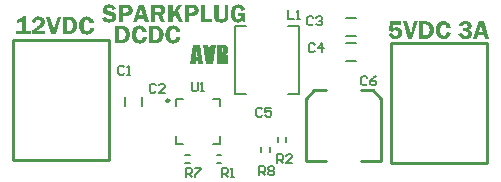
<source format=gto>
%FSLAX25Y25*%
%MOIN*%
G70*
G01*
G75*
G04 Layer_Color=65535*
%ADD10R,0.05512X0.13386*%
%ADD11R,0.03543X0.02756*%
%ADD12R,0.02756X0.03543*%
%ADD13R,0.03543X0.03150*%
%ADD14R,0.06693X0.04331*%
%ADD15R,0.10630X0.10039*%
%ADD16R,0.04331X0.06693*%
%ADD17O,0.03150X0.00984*%
%ADD18O,0.00984X0.03150*%
%ADD19R,0.06811X0.06811*%
%ADD20C,0.03000*%
%ADD21C,0.01000*%
%ADD22C,0.02000*%
%ADD23O,0.11811X0.07874*%
%ADD24C,0.03000*%
%ADD25C,0.02500*%
%ADD26C,0.00984*%
%ADD27C,0.00787*%
%ADD28C,0.00500*%
%ADD29C,0.00600*%
G36*
X278262Y408274D02*
X280029Y404500D01*
X278521D01*
X277346Y407044D01*
X276523Y405841D01*
Y404500D01*
X275172D01*
Y410374D01*
X276523D01*
Y407617D01*
X278354Y410374D01*
X279677D01*
X278262Y408274D01*
D02*
G37*
G36*
X286746Y390500D02*
X285034D01*
X284942Y391666D01*
X284322D01*
X284230Y390500D01*
X282500D01*
X283351Y396975D01*
X285774D01*
X286746Y390500D01*
D02*
G37*
G36*
X295097Y406711D02*
Y406702D01*
Y406674D01*
Y406628D01*
Y406563D01*
X295088Y406489D01*
Y406405D01*
X295069Y406211D01*
X295051Y405999D01*
X295013Y405777D01*
X294958Y405573D01*
X294930Y405471D01*
X294893Y405388D01*
X294884Y405370D01*
X294856Y405314D01*
X294801Y405240D01*
X294727Y405138D01*
X294625Y405027D01*
X294496Y404916D01*
X294329Y404796D01*
X294144Y404685D01*
X294135D01*
X294116Y404676D01*
X294089Y404657D01*
X294042Y404639D01*
X293996Y404620D01*
X293931Y404602D01*
X293848Y404574D01*
X293765Y404546D01*
X293672Y404519D01*
X293561Y404500D01*
X293450Y404472D01*
X293321Y404454D01*
X293053Y404417D01*
X292747Y404408D01*
X292608D01*
X292534Y404417D01*
X292451D01*
X292359Y404426D01*
X292266Y404435D01*
X292044Y404463D01*
X291822Y404509D01*
X291600Y404565D01*
X291397Y404648D01*
X291388D01*
X291378Y404657D01*
X291351Y404676D01*
X291314Y404694D01*
X291230Y404750D01*
X291119Y404833D01*
X290999Y404935D01*
X290869Y405055D01*
X290749Y405194D01*
X290648Y405360D01*
Y405370D01*
X290638Y405379D01*
X290629Y405407D01*
X290611Y405443D01*
X290592Y405499D01*
X290574Y405554D01*
X290546Y405619D01*
X290527Y405702D01*
X290509Y405795D01*
X290481Y405897D01*
X290462Y406008D01*
X290444Y406128D01*
X290425Y406257D01*
X290416Y406396D01*
X290407Y406554D01*
Y406711D01*
Y410374D01*
X291896D01*
Y406711D01*
Y406702D01*
Y406692D01*
Y406637D01*
Y406544D01*
X291905Y406442D01*
X291915Y406331D01*
X291924Y406211D01*
X291943Y406100D01*
X291970Y406008D01*
Y405999D01*
X291989Y405971D01*
X292007Y405934D01*
X292044Y405878D01*
X292091Y405823D01*
X292146Y405767D01*
X292211Y405712D01*
X292294Y405656D01*
X292303Y405647D01*
X292340Y405638D01*
X292387Y405619D01*
X292460Y405591D01*
X292544Y405564D01*
X292646Y405545D01*
X292757Y405536D01*
X292877Y405527D01*
X292941D01*
X293016Y405536D01*
X293099Y405545D01*
X293200Y405554D01*
X293302Y405582D01*
X293413Y405610D01*
X293506Y405647D01*
X293515Y405656D01*
X293543Y405675D01*
X293589Y405702D01*
X293644Y405739D01*
X293700Y405786D01*
X293756Y405851D01*
X293802Y405915D01*
X293839Y405989D01*
Y405999D01*
X293848Y406036D01*
X293866Y406082D01*
X293885Y406165D01*
X293894Y406267D01*
X293913Y406387D01*
X293922Y406535D01*
Y406711D01*
Y410374D01*
X295097D01*
Y406711D01*
D02*
G37*
G36*
X276916Y403448D02*
X276971Y403439D01*
X277110Y403420D01*
X277276Y403383D01*
X277462Y403337D01*
X277665Y403263D01*
X277869Y403170D01*
X278081Y403050D01*
X278294Y402902D01*
X278488Y402717D01*
X278590Y402606D01*
X278673Y402495D01*
X278766Y402365D01*
X278840Y402236D01*
X278914Y402088D01*
X278988Y401931D01*
X279043Y401755D01*
X279089Y401579D01*
X279136Y401376D01*
X279164Y401172D01*
X277720Y401089D01*
Y401108D01*
Y401145D01*
X277711Y401200D01*
X277702Y401283D01*
X277683Y401376D01*
X277656Y401487D01*
X277628Y401598D01*
X277582Y401718D01*
X277536Y401829D01*
X277471Y401940D01*
X277387Y402051D01*
X277295Y402143D01*
X277184Y402227D01*
X277064Y402282D01*
X276916Y402328D01*
X276749Y402338D01*
X276703D01*
X276647Y402328D01*
X276583Y402310D01*
X276500Y402282D01*
X276407Y402236D01*
X276314Y402180D01*
X276213Y402097D01*
X276111Y401996D01*
X276019Y401866D01*
X275926Y401709D01*
X275843Y401524D01*
X275778Y401302D01*
X275750Y401182D01*
X275723Y401052D01*
X275704Y400904D01*
X275686Y400756D01*
X275676Y400590D01*
Y400414D01*
Y400405D01*
Y400367D01*
Y400312D01*
X275686Y400238D01*
Y400145D01*
X275695Y400044D01*
X275704Y399933D01*
X275713Y399813D01*
X275750Y399563D01*
X275797Y399313D01*
X275834Y399202D01*
X275870Y399091D01*
X275917Y398998D01*
X275963Y398915D01*
X275981Y398897D01*
X276019Y398850D01*
X276083Y398795D01*
X276176Y398721D01*
X276296Y398647D01*
X276435Y398591D01*
X276601Y398545D01*
X276786Y398527D01*
X276823D01*
X276870Y398536D01*
X276925Y398545D01*
X276990Y398564D01*
X277064Y398582D01*
X277147Y398619D01*
X277239Y398665D01*
X277323Y398721D01*
X277415Y398795D01*
X277508Y398887D01*
X277591Y398998D01*
X277665Y399119D01*
X277730Y399267D01*
X277785Y399443D01*
X277832Y399637D01*
X279164Y399553D01*
Y399544D01*
X279154Y399507D01*
X279145Y399452D01*
X279136Y399378D01*
X279117Y399294D01*
X279089Y399193D01*
X279052Y399082D01*
X279015Y398961D01*
X278914Y398703D01*
X278849Y398564D01*
X278775Y398434D01*
X278692Y398305D01*
X278599Y398175D01*
X278498Y398064D01*
X278377Y397953D01*
X278368Y397944D01*
X278349Y397925D01*
X278312Y397907D01*
X278257Y397870D01*
X278192Y397824D01*
X278118Y397778D01*
X278035Y397731D01*
X277933Y397685D01*
X277822Y397629D01*
X277693Y397583D01*
X277563Y397537D01*
X277425Y397491D01*
X277267Y397454D01*
X277110Y397435D01*
X276943Y397417D01*
X276768Y397408D01*
X276712D01*
X276657Y397417D01*
X276573D01*
X276472Y397435D01*
X276361Y397454D01*
X276231Y397472D01*
X276093Y397509D01*
X275944Y397546D01*
X275797Y397602D01*
X275639Y397667D01*
X275473Y397741D01*
X275315Y397833D01*
X275167Y397944D01*
X275010Y398064D01*
X274871Y398203D01*
X274862Y398212D01*
X274844Y398240D01*
X274807Y398286D01*
X274761Y398351D01*
X274705Y398434D01*
X274640Y398536D01*
X274575Y398647D01*
X274511Y398786D01*
X274446Y398934D01*
X274381Y399100D01*
X274317Y399285D01*
X274261Y399480D01*
X274215Y399701D01*
X274178Y399923D01*
X274159Y400173D01*
X274150Y400432D01*
Y400451D01*
Y400488D01*
X274159Y400562D01*
Y400654D01*
X274168Y400765D01*
X274187Y400895D01*
X274205Y401043D01*
X274242Y401200D01*
X274279Y401367D01*
X274326Y401542D01*
X274381Y401727D01*
X274446Y401912D01*
X274529Y402088D01*
X274622Y402273D01*
X274733Y402439D01*
X274853Y402606D01*
X274862Y402615D01*
X274890Y402643D01*
X274927Y402689D01*
X274983Y402736D01*
X275057Y402800D01*
X275140Y402874D01*
X275241Y402948D01*
X275362Y403031D01*
X275491Y403115D01*
X275630Y403189D01*
X275787Y403263D01*
X275963Y403328D01*
X276148Y403383D01*
X276342Y403420D01*
X276555Y403448D01*
X276777Y403457D01*
X276870D01*
X276916Y403448D01*
D02*
G37*
G36*
X255590Y410448D02*
X255701Y410438D01*
X255840Y410411D01*
X255997Y410383D01*
X256173Y410337D01*
X256348Y410281D01*
X256543Y410207D01*
X256728Y410115D01*
X256913Y410004D01*
X257098Y409874D01*
X257264Y409717D01*
X257412Y409532D01*
X257542Y409310D01*
X257653Y409069D01*
X256478Y408681D01*
Y408690D01*
X256469Y408709D01*
X256450Y408746D01*
X256432Y408792D01*
X256358Y408903D01*
X256265Y409032D01*
X256201Y409097D01*
X256126Y409162D01*
X256043Y409218D01*
X255951Y409273D01*
X255849Y409319D01*
X255738Y409356D01*
X255609Y409375D01*
X255470Y409384D01*
X255396D01*
X255340Y409375D01*
X255285Y409366D01*
X255211Y409356D01*
X255063Y409319D01*
X254915Y409255D01*
X254841Y409208D01*
X254785Y409162D01*
X254730Y409097D01*
X254693Y409023D01*
X254665Y408940D01*
X254656Y408848D01*
Y408838D01*
Y408811D01*
X254665Y408774D01*
X254674Y408727D01*
X254693Y408672D01*
X254720Y408616D01*
X254757Y408552D01*
X254804Y408496D01*
X254813Y408487D01*
X254841Y408468D01*
X254878Y408440D01*
X254952Y408413D01*
X255044Y408366D01*
X255165Y408320D01*
X255312Y408283D01*
X255498Y408237D01*
X255507D01*
X255535Y408228D01*
X255581Y408218D01*
X255645Y408209D01*
X255719Y408191D01*
X255803Y408172D01*
X255997Y408126D01*
X256210Y408061D01*
X256432Y408006D01*
X256635Y407932D01*
X256728Y407904D01*
X256811Y407867D01*
X256820D01*
X256830Y407858D01*
X256885Y407830D01*
X256959Y407784D01*
X257051Y407719D01*
X257162Y407636D01*
X257283Y407534D01*
X257403Y407414D01*
X257514Y407266D01*
X257523Y407247D01*
X257560Y407192D01*
X257607Y407108D01*
X257662Y406997D01*
X257717Y406868D01*
X257764Y406711D01*
X257801Y406544D01*
X257810Y406359D01*
Y406350D01*
Y406322D01*
Y406285D01*
X257801Y406230D01*
X257791Y406156D01*
X257773Y406073D01*
X257754Y405989D01*
X257736Y405888D01*
X257662Y405675D01*
X257607Y405564D01*
X257551Y405443D01*
X257477Y405323D01*
X257394Y405212D01*
X257301Y405092D01*
X257190Y404981D01*
X257181Y404972D01*
X257162Y404953D01*
X257125Y404925D01*
X257079Y404888D01*
X257014Y404851D01*
X256931Y404796D01*
X256839Y404750D01*
X256737Y404694D01*
X256617Y404639D01*
X256478Y404593D01*
X256330Y404537D01*
X256164Y404500D01*
X255988Y404463D01*
X255793Y404435D01*
X255590Y404417D01*
X255368Y404408D01*
X255285D01*
X255220Y404417D01*
X255137D01*
X255053Y404426D01*
X254952Y404445D01*
X254841Y404463D01*
X254600Y404509D01*
X254341Y404583D01*
X254082Y404685D01*
X253953Y404740D01*
X253833Y404814D01*
X253823Y404824D01*
X253805Y404833D01*
X253777Y404861D01*
X253731Y404888D01*
X253675Y404935D01*
X253620Y404990D01*
X253555Y405046D01*
X253490Y405120D01*
X253416Y405203D01*
X253351Y405286D01*
X253277Y405388D01*
X253213Y405499D01*
X253148Y405619D01*
X253093Y405739D01*
X253046Y405878D01*
X253000Y406026D01*
X254276Y406322D01*
Y406313D01*
X254286Y406285D01*
X254304Y406248D01*
X254323Y406193D01*
X254360Y406137D01*
X254397Y406063D01*
X254443Y405989D01*
X254508Y405915D01*
X254582Y405841D01*
X254665Y405767D01*
X254757Y405693D01*
X254869Y405638D01*
X254998Y405582D01*
X255137Y405545D01*
X255294Y405517D01*
X255470Y405508D01*
X255544D01*
X255627Y405517D01*
X255738Y405527D01*
X255849Y405554D01*
X255969Y405582D01*
X256080Y405628D01*
X256173Y405684D01*
X256182Y405693D01*
X256210Y405721D01*
X256247Y405758D01*
X256293Y405804D01*
X256339Y405869D01*
X256376Y405943D01*
X256404Y406026D01*
X256413Y406119D01*
Y406128D01*
Y406165D01*
X256404Y406211D01*
X256385Y406267D01*
X256358Y406331D01*
X256321Y406396D01*
X256275Y406461D01*
X256201Y406517D01*
X256191Y406526D01*
X256154Y406544D01*
X256099Y406572D01*
X256015Y406609D01*
X255905Y406646D01*
X255766Y406692D01*
X255590Y406739D01*
X255386Y406785D01*
X255377D01*
X255340Y406794D01*
X255276Y406812D01*
X255202Y406831D01*
X255109Y406849D01*
X255007Y406877D01*
X254887Y406914D01*
X254767Y406951D01*
X254499Y407044D01*
X254230Y407146D01*
X254101Y407210D01*
X253980Y407275D01*
X253879Y407340D01*
X253777Y407414D01*
X253768Y407423D01*
X253759Y407432D01*
X253731Y407460D01*
X253703Y407488D01*
X253666Y407534D01*
X253629Y407580D01*
X253546Y407719D01*
X253453Y407886D01*
X253379Y408089D01*
X253324Y408320D01*
X253314Y408459D01*
X253305Y408598D01*
Y408607D01*
Y408635D01*
Y408672D01*
X253314Y408727D01*
X253324Y408792D01*
X253333Y408875D01*
X253351Y408958D01*
X253379Y409051D01*
X253444Y409264D01*
X253490Y409366D01*
X253546Y409477D01*
X253610Y409587D01*
X253684Y409698D01*
X253768Y409809D01*
X253870Y409911D01*
X253879Y409921D01*
X253897Y409939D01*
X253925Y409958D01*
X253971Y409995D01*
X254036Y410041D01*
X254101Y410087D01*
X254184Y410133D01*
X254276Y410189D01*
X254387Y410235D01*
X254499Y410281D01*
X254628Y410327D01*
X254767Y410374D01*
X254915Y410411D01*
X255072Y410429D01*
X255248Y410448D01*
X255423Y410457D01*
X255498D01*
X255590Y410448D01*
D02*
G37*
G36*
X298603D02*
X298686Y410438D01*
X298778Y410429D01*
X298889Y410411D01*
X299000Y410392D01*
X299250Y410318D01*
X299389Y410281D01*
X299518Y410226D01*
X299648Y410161D01*
X299777Y410087D01*
X299898Y410004D01*
X300018Y409902D01*
X300027Y409893D01*
X300045Y409874D01*
X300073Y409846D01*
X300110Y409800D01*
X300166Y409745D01*
X300212Y409680D01*
X300277Y409597D01*
X300332Y409514D01*
X300397Y409412D01*
X300462Y409301D01*
X300526Y409180D01*
X300582Y409051D01*
X300638Y408903D01*
X300684Y408755D01*
X300730Y408598D01*
X300758Y408431D01*
X299453Y408265D01*
Y408274D01*
X299444Y408311D01*
X299435Y408366D01*
X299416Y408431D01*
X299389Y408514D01*
X299352Y408607D01*
X299315Y408700D01*
X299269Y408801D01*
X299204Y408903D01*
X299130Y408995D01*
X299046Y409088D01*
X298954Y409171D01*
X298843Y409236D01*
X298723Y409292D01*
X298584Y409329D01*
X298436Y409338D01*
X298380D01*
X298343Y409329D01*
X298242Y409310D01*
X298122Y409273D01*
X297983Y409218D01*
X297835Y409125D01*
X297770Y409069D01*
X297705Y408995D01*
X297640Y408921D01*
X297585Y408829D01*
Y408820D01*
X297576Y408801D01*
X297557Y408774D01*
X297539Y408737D01*
X297520Y408681D01*
X297502Y408616D01*
X297474Y408542D01*
X297446Y408459D01*
X297418Y408357D01*
X297400Y408255D01*
X297372Y408135D01*
X297354Y408006D01*
X297335Y407867D01*
X297317Y407719D01*
X297307Y407552D01*
Y407386D01*
Y407377D01*
Y407349D01*
Y407303D01*
X297317Y407238D01*
Y407164D01*
X297326Y407071D01*
X297335Y406979D01*
X297344Y406877D01*
X297381Y406646D01*
X297437Y406415D01*
X297511Y406193D01*
X297557Y406091D01*
X297613Y405999D01*
Y405989D01*
X297631Y405980D01*
X297668Y405925D01*
X297742Y405851D01*
X297844Y405767D01*
X297964Y405675D01*
X298122Y405601D01*
X298297Y405545D01*
X298399Y405536D01*
X298501Y405527D01*
X298566D01*
X298630Y405536D01*
X298723Y405554D01*
X298825Y405582D01*
X298936Y405628D01*
X299046Y405684D01*
X299158Y405758D01*
X299167Y405767D01*
X299204Y405804D01*
X299250Y405860D01*
X299306Y405943D01*
X299361Y406054D01*
X299407Y406183D01*
X299444Y406350D01*
X299453Y406535D01*
X298343D01*
Y407636D01*
X300758D01*
Y404500D01*
X300129D01*
Y404519D01*
X300119Y404556D01*
X300101Y404620D01*
X300073Y404704D01*
X300045Y404805D01*
X300009Y404916D01*
X299925Y405166D01*
X299916Y405157D01*
X299898Y405138D01*
X299861Y405092D01*
X299814Y405046D01*
X299749Y404990D01*
X299675Y404925D01*
X299592Y404861D01*
X299490Y404787D01*
X299379Y404713D01*
X299259Y404648D01*
X299130Y404583D01*
X298982Y404528D01*
X298834Y404482D01*
X298676Y404445D01*
X298501Y404417D01*
X298325Y404408D01*
X298279D01*
X298214Y404417D01*
X298140D01*
X298038Y404435D01*
X297927Y404454D01*
X297807Y404472D01*
X297668Y404509D01*
X297530Y404556D01*
X297381Y404611D01*
X297234Y404676D01*
X297085Y404750D01*
X296937Y404842D01*
X296799Y404953D01*
X296669Y405083D01*
X296540Y405222D01*
X296531Y405231D01*
X296512Y405259D01*
X296484Y405305D01*
X296438Y405370D01*
X296392Y405453D01*
X296336Y405554D01*
X296281Y405665D01*
X296225Y405795D01*
X296161Y405943D01*
X296105Y406100D01*
X296049Y406276D01*
X296003Y406470D01*
X295957Y406665D01*
X295929Y406886D01*
X295911Y407108D01*
X295901Y407349D01*
Y407368D01*
Y407414D01*
X295911Y407488D01*
Y407580D01*
X295920Y407700D01*
X295938Y407839D01*
X295957Y407987D01*
X295985Y408154D01*
X296022Y408329D01*
X296068Y408514D01*
X296124Y408700D01*
X296188Y408884D01*
X296262Y409069D01*
X296355Y409255D01*
X296457Y409430D01*
X296577Y409597D01*
X296586Y409606D01*
X296604Y409634D01*
X296651Y409680D01*
X296706Y409735D01*
X296771Y409800D01*
X296854Y409865D01*
X296956Y409948D01*
X297067Y410032D01*
X297197Y410106D01*
X297335Y410189D01*
X297483Y410253D01*
X297650Y410327D01*
X297826Y410374D01*
X298020Y410420D01*
X298223Y410448D01*
X298436Y410457D01*
X298529D01*
X298603Y410448D01*
D02*
G37*
G36*
X265686Y403448D02*
X265742Y403439D01*
X265880Y403420D01*
X266047Y403383D01*
X266232Y403337D01*
X266436Y403263D01*
X266639Y403170D01*
X266852Y403050D01*
X267064Y402902D01*
X267259Y402717D01*
X267360Y402606D01*
X267444Y402495D01*
X267536Y402365D01*
X267610Y402236D01*
X267684Y402088D01*
X267758Y401931D01*
X267814Y401755D01*
X267860Y401579D01*
X267906Y401376D01*
X267934Y401172D01*
X266491Y401089D01*
Y401108D01*
Y401145D01*
X266482Y401200D01*
X266473Y401283D01*
X266454Y401376D01*
X266426Y401487D01*
X266399Y401598D01*
X266352Y401718D01*
X266306Y401829D01*
X266241Y401940D01*
X266158Y402051D01*
X266066Y402143D01*
X265954Y402227D01*
X265834Y402282D01*
X265686Y402328D01*
X265520Y402338D01*
X265474D01*
X265418Y402328D01*
X265353Y402310D01*
X265270Y402282D01*
X265177Y402236D01*
X265085Y402180D01*
X264983Y402097D01*
X264881Y401996D01*
X264789Y401866D01*
X264697Y401709D01*
X264613Y401524D01*
X264548Y401302D01*
X264521Y401182D01*
X264493Y401052D01*
X264475Y400904D01*
X264456Y400756D01*
X264447Y400590D01*
Y400414D01*
Y400405D01*
Y400367D01*
Y400312D01*
X264456Y400238D01*
Y400145D01*
X264465Y400044D01*
X264475Y399933D01*
X264484Y399813D01*
X264521Y399563D01*
X264567Y399313D01*
X264604Y399202D01*
X264641Y399091D01*
X264687Y398998D01*
X264734Y398915D01*
X264752Y398897D01*
X264789Y398850D01*
X264854Y398795D01*
X264946Y398721D01*
X265067Y398647D01*
X265205Y398591D01*
X265372Y398545D01*
X265557Y398527D01*
X265594D01*
X265640Y398536D01*
X265696Y398545D01*
X265760Y398564D01*
X265834Y398582D01*
X265917Y398619D01*
X266010Y398665D01*
X266093Y398721D01*
X266186Y398795D01*
X266278Y398887D01*
X266361Y398998D01*
X266436Y399119D01*
X266500Y399267D01*
X266556Y399443D01*
X266602Y399637D01*
X267934Y399553D01*
Y399544D01*
X267925Y399507D01*
X267916Y399452D01*
X267906Y399378D01*
X267888Y399294D01*
X267860Y399193D01*
X267823Y399082D01*
X267786Y398961D01*
X267684Y398703D01*
X267619Y398564D01*
X267546Y398434D01*
X267462Y398305D01*
X267370Y398175D01*
X267268Y398064D01*
X267148Y397953D01*
X267139Y397944D01*
X267120Y397925D01*
X267083Y397907D01*
X267027Y397870D01*
X266963Y397824D01*
X266889Y397778D01*
X266806Y397731D01*
X266704Y397685D01*
X266593Y397629D01*
X266463Y397583D01*
X266334Y397537D01*
X266195Y397491D01*
X266038Y397454D01*
X265880Y397435D01*
X265714Y397417D01*
X265538Y397408D01*
X265483D01*
X265427Y397417D01*
X265344D01*
X265242Y397435D01*
X265131Y397454D01*
X265002Y397472D01*
X264863Y397509D01*
X264715Y397546D01*
X264567Y397602D01*
X264410Y397667D01*
X264243Y397741D01*
X264086Y397833D01*
X263938Y397944D01*
X263781Y398064D01*
X263642Y398203D01*
X263633Y398212D01*
X263614Y398240D01*
X263577Y398286D01*
X263531Y398351D01*
X263475Y398434D01*
X263411Y398536D01*
X263346Y398647D01*
X263281Y398786D01*
X263216Y398934D01*
X263152Y399100D01*
X263087Y399285D01*
X263032Y399480D01*
X262985Y399701D01*
X262948Y399923D01*
X262930Y400173D01*
X262920Y400432D01*
Y400451D01*
Y400488D01*
X262930Y400562D01*
Y400654D01*
X262939Y400765D01*
X262958Y400895D01*
X262976Y401043D01*
X263013Y401200D01*
X263050Y401367D01*
X263096Y401542D01*
X263152Y401727D01*
X263216Y401912D01*
X263300Y402088D01*
X263392Y402273D01*
X263503Y402439D01*
X263623Y402606D01*
X263633Y402615D01*
X263661Y402643D01*
X263698Y402689D01*
X263753Y402736D01*
X263827Y402800D01*
X263910Y402874D01*
X264012Y402948D01*
X264132Y403031D01*
X264262Y403115D01*
X264401Y403189D01*
X264558Y403263D01*
X264734Y403328D01*
X264918Y403383D01*
X265113Y403420D01*
X265325Y403448D01*
X265547Y403457D01*
X265640D01*
X265686Y403448D01*
D02*
G37*
G36*
X261205Y410364D02*
X261279D01*
X261455Y410355D01*
X261639Y410337D01*
X261834Y410300D01*
X262028Y410263D01*
X262194Y410207D01*
X262204D01*
X262213Y410198D01*
X262268Y410180D01*
X262343Y410133D01*
X262444Y410069D01*
X262555Y409985D01*
X262685Y409883D01*
X262814Y409763D01*
X262934Y409615D01*
Y409606D01*
X262953Y409597D01*
X262962Y409569D01*
X262990Y409541D01*
X263036Y409449D01*
X263101Y409329D01*
X263157Y409171D01*
X263212Y408995D01*
X263249Y408792D01*
X263258Y408570D01*
Y408561D01*
Y408552D01*
Y408496D01*
X263249Y408413D01*
X263240Y408302D01*
X263212Y408172D01*
X263184Y408024D01*
X263138Y407876D01*
X263083Y407719D01*
X263073Y407700D01*
X263055Y407654D01*
X263008Y407571D01*
X262953Y407479D01*
X262888Y407377D01*
X262805Y407266D01*
X262703Y407164D01*
X262592Y407062D01*
X262583Y407053D01*
X262537Y407025D01*
X262481Y406988D01*
X262407Y406942D01*
X262315Y406886D01*
X262213Y406840D01*
X262102Y406794D01*
X261991Y406757D01*
X261982D01*
X261935Y406748D01*
X261861Y406739D01*
X261769Y406720D01*
X261639Y406711D01*
X261473Y406692D01*
X261288Y406683D01*
X260104D01*
Y404500D01*
X258707D01*
Y410374D01*
X261140D01*
X261205Y410364D01*
D02*
G37*
G36*
X293026Y396966D02*
X293156D01*
X293424Y396956D01*
X293692Y396938D01*
X293813Y396929D01*
X293933Y396910D01*
X294035Y396901D01*
X294118Y396883D01*
X294137D01*
X294192Y396864D01*
X294266Y396836D01*
X294368Y396790D01*
X294479Y396725D01*
X294590Y396642D01*
X294701Y396540D01*
X294812Y396411D01*
X294821Y396392D01*
X294840Y396374D01*
X294858Y396337D01*
X294877Y396300D01*
X294895Y396244D01*
X294923Y396189D01*
X294951Y396115D01*
X294969Y396041D01*
X294997Y395948D01*
X295015Y395856D01*
X295043Y395745D01*
X295052Y395624D01*
X295071Y395495D01*
X295080Y395356D01*
Y395208D01*
Y395199D01*
Y395171D01*
Y395134D01*
Y395088D01*
X295071Y395023D01*
Y394958D01*
X295052Y394801D01*
X295034Y394625D01*
X294997Y394459D01*
X294951Y394311D01*
X294923Y394246D01*
X294886Y394191D01*
X294877Y394181D01*
X294849Y394154D01*
X294802Y394108D01*
X294728Y394052D01*
X294627Y393997D01*
X294497Y393950D01*
X294340Y393904D01*
X294146Y393876D01*
X294155D01*
X294164Y393867D01*
X294192D01*
X294229Y393858D01*
X294312Y393830D01*
X294414Y393793D01*
X294525Y393747D01*
X294636Y393682D01*
X294738Y393617D01*
X294812Y393543D01*
X294821Y393534D01*
X294840Y393506D01*
X294867Y393469D01*
X294904Y393423D01*
X294978Y393293D01*
X295015Y393229D01*
X295034Y393164D01*
Y393155D01*
X295043Y393127D01*
X295052Y393072D01*
X295061Y392979D01*
Y392923D01*
Y392849D01*
X295071Y392776D01*
Y392683D01*
X295080Y392581D01*
Y392470D01*
Y392341D01*
Y392202D01*
Y390500D01*
X293517D01*
Y392646D01*
Y392655D01*
Y392674D01*
Y392692D01*
Y392729D01*
Y392822D01*
X293508Y392923D01*
X293498Y393035D01*
X293480Y393145D01*
X293461Y393229D01*
X293452Y393266D01*
X293433Y393293D01*
Y393303D01*
X293415Y393312D01*
X293387Y393331D01*
X293350Y393358D01*
X293295Y393386D01*
X293212Y393405D01*
X293119Y393414D01*
X292999Y393423D01*
Y390500D01*
X291315D01*
Y396975D01*
X292906D01*
X293026Y396966D01*
D02*
G37*
G36*
X290168Y390500D02*
X287625D01*
X286653Y396975D01*
X288429D01*
Y396966D01*
Y396947D01*
X288439Y396910D01*
Y396855D01*
X288448Y396790D01*
X288457Y396716D01*
X288466Y396623D01*
X288475Y396531D01*
X288494Y396420D01*
X288503Y396300D01*
X288522Y396170D01*
X288531Y396031D01*
X288568Y395726D01*
X288596Y395403D01*
X288633Y395051D01*
X288670Y394690D01*
X288707Y394311D01*
X288744Y393932D01*
X288808Y393173D01*
X288836Y392794D01*
X288864Y392442D01*
Y392452D01*
Y392461D01*
Y392489D01*
X288873Y392526D01*
Y392572D01*
X288882Y392628D01*
X288892Y392757D01*
X288901Y392923D01*
X288919Y393109D01*
X288929Y393321D01*
X288947Y393562D01*
X288975Y393811D01*
X288994Y394071D01*
X289012Y394348D01*
X289040Y394635D01*
X289086Y395208D01*
X289114Y395486D01*
X289142Y395763D01*
X289262Y396975D01*
X291038D01*
X290168Y390500D01*
D02*
G37*
G36*
X268743Y404500D02*
X267264D01*
X266903Y405712D01*
X265006D01*
X264636Y404500D01*
X263434D01*
X265302Y410374D01*
X266903D01*
X268743Y404500D01*
D02*
G37*
G36*
X287438Y405665D02*
X289759D01*
Y404500D01*
X286041D01*
Y410374D01*
X287438D01*
Y405665D01*
D02*
G37*
G36*
X283220Y410364D02*
X283294D01*
X283470Y410355D01*
X283654Y410337D01*
X283849Y410300D01*
X284043Y410263D01*
X284209Y410207D01*
X284219D01*
X284228Y410198D01*
X284283Y410180D01*
X284358Y410133D01*
X284459Y410069D01*
X284570Y409985D01*
X284700Y409883D01*
X284829Y409763D01*
X284949Y409615D01*
Y409606D01*
X284968Y409597D01*
X284977Y409569D01*
X285005Y409541D01*
X285051Y409449D01*
X285116Y409329D01*
X285172Y409171D01*
X285227Y408995D01*
X285264Y408792D01*
X285273Y408570D01*
Y408561D01*
Y408552D01*
Y408496D01*
X285264Y408413D01*
X285255Y408302D01*
X285227Y408172D01*
X285199Y408024D01*
X285153Y407876D01*
X285098Y407719D01*
X285088Y407700D01*
X285070Y407654D01*
X285023Y407571D01*
X284968Y407479D01*
X284903Y407377D01*
X284820Y407266D01*
X284718Y407164D01*
X284607Y407062D01*
X284598Y407053D01*
X284552Y407025D01*
X284496Y406988D01*
X284422Y406942D01*
X284330Y406886D01*
X284228Y406840D01*
X284117Y406794D01*
X284006Y406757D01*
X283997D01*
X283950Y406748D01*
X283876Y406739D01*
X283784Y406720D01*
X283654Y406711D01*
X283488Y406692D01*
X283303Y406683D01*
X282119D01*
Y404500D01*
X280722D01*
Y410374D01*
X283155D01*
X283220Y410364D01*
D02*
G37*
G36*
X272138D02*
X272203D01*
X272370Y410355D01*
X272554Y410337D01*
X272740Y410300D01*
X272924Y410263D01*
X273100Y410207D01*
X273110D01*
X273119Y410198D01*
X273174Y410170D01*
X273257Y410133D01*
X273350Y410069D01*
X273470Y409985D01*
X273590Y409874D01*
X273711Y409745D01*
X273822Y409587D01*
Y409578D01*
X273831Y409569D01*
X273850Y409541D01*
X273868Y409514D01*
X273914Y409421D01*
X273970Y409301D01*
X274016Y409153D01*
X274062Y408986D01*
X274099Y408801D01*
X274109Y408607D01*
Y408598D01*
Y408561D01*
X274099Y408505D01*
X274090Y408431D01*
X274081Y408348D01*
X274053Y408246D01*
X274025Y408135D01*
X273979Y408015D01*
X273923Y407895D01*
X273859Y407765D01*
X273776Y407636D01*
X273683Y407515D01*
X273563Y407395D01*
X273424Y407275D01*
X273267Y407173D01*
X273091Y407081D01*
X274173Y404500D01*
X272656D01*
X271750Y406822D01*
X270769D01*
Y404500D01*
X269382D01*
Y410374D01*
X272074D01*
X272138Y410364D01*
D02*
G37*
G36*
X352598Y403681D02*
X350017D01*
X349934Y402367D01*
X349943Y402376D01*
X349952Y402386D01*
X349980Y402413D01*
X350017Y402450D01*
X350063Y402487D01*
X350128Y402524D01*
X350193Y402570D01*
X350267Y402626D01*
X350443Y402718D01*
X350664Y402793D01*
X350905Y402857D01*
X351044Y402867D01*
X351183Y402876D01*
X351256D01*
X351312Y402867D01*
X351386Y402857D01*
X351460Y402848D01*
X351553Y402830D01*
X351654Y402811D01*
X351858Y402746D01*
X351978Y402709D01*
X352089Y402654D01*
X352200Y402589D01*
X352320Y402524D01*
X352431Y402441D01*
X352533Y402349D01*
X352542Y402339D01*
X352561Y402321D01*
X352589Y402293D01*
X352625Y402256D01*
X352662Y402201D01*
X352709Y402136D01*
X352764Y402062D01*
X352820Y401978D01*
X352866Y401886D01*
X352922Y401784D01*
X353014Y401553D01*
X353042Y401424D01*
X353069Y401285D01*
X353088Y401146D01*
X353097Y400989D01*
Y400980D01*
Y400952D01*
Y400896D01*
X353088Y400841D01*
X353079Y400758D01*
X353069Y400665D01*
X353051Y400563D01*
X353023Y400461D01*
X352949Y400221D01*
X352903Y400101D01*
X352848Y399971D01*
X352773Y399842D01*
X352690Y399722D01*
X352598Y399601D01*
X352496Y399490D01*
X352487Y399481D01*
X352468Y399463D01*
X352431Y399435D01*
X352385Y399398D01*
X352320Y399352D01*
X352246Y399305D01*
X352163Y399250D01*
X352061Y399203D01*
X351950Y399148D01*
X351821Y399093D01*
X351682Y399046D01*
X351534Y399000D01*
X351367Y398963D01*
X351192Y398935D01*
X351007Y398917D01*
X350813Y398907D01*
X350729D01*
X350637Y398917D01*
X350517Y398935D01*
X350368Y398963D01*
X350193Y399000D01*
X350017Y399046D01*
X349823Y399120D01*
X349619Y399203D01*
X349425Y399314D01*
X349231Y399453D01*
X349046Y399610D01*
X348879Y399805D01*
X348722Y400027D01*
X348602Y400286D01*
X348546Y400434D01*
X348500Y400582D01*
X349786Y400776D01*
Y400767D01*
X349795Y400739D01*
X349814Y400702D01*
X349832Y400656D01*
X349887Y400526D01*
X349980Y400387D01*
X350045Y400314D01*
X350110Y400249D01*
X350193Y400184D01*
X350285Y400119D01*
X350387Y400073D01*
X350498Y400036D01*
X350627Y400008D01*
X350766Y399999D01*
X350840D01*
X350914Y400017D01*
X351016Y400036D01*
X351118Y400064D01*
X351238Y400110D01*
X351349Y400175D01*
X351451Y400267D01*
X351460Y400277D01*
X351488Y400314D01*
X351534Y400369D01*
X351580Y400443D01*
X351626Y400535D01*
X351673Y400646D01*
X351700Y400767D01*
X351710Y400896D01*
Y400915D01*
Y400961D01*
X351700Y401035D01*
X351673Y401118D01*
X351645Y401220D01*
X351599Y401331D01*
X351534Y401442D01*
X351442Y401553D01*
X351432Y401562D01*
X351395Y401599D01*
X351340Y401646D01*
X351256Y401692D01*
X351164Y401747D01*
X351044Y401784D01*
X350914Y401821D01*
X350776Y401830D01*
X350720D01*
X350683Y401821D01*
X350590Y401803D01*
X350470Y401775D01*
X350331Y401720D01*
X350193Y401636D01*
X350119Y401581D01*
X350054Y401525D01*
X349989Y401451D01*
X349934Y401368D01*
X348805Y401553D01*
X349046Y404874D01*
X352746D01*
X352598Y403681D01*
D02*
G37*
G36*
X374289Y404948D02*
X374363D01*
X374455Y404939D01*
X374557Y404920D01*
X374659Y404902D01*
X374900Y404855D01*
X375140Y404781D01*
X375390Y404670D01*
X375519Y404605D01*
X375630Y404531D01*
X375640Y404522D01*
X375658Y404513D01*
X375686Y404485D01*
X375723Y404458D01*
X375769Y404411D01*
X375824Y404356D01*
X375936Y404226D01*
X376046Y404060D01*
X376148Y403865D01*
X376185Y403755D01*
X376213Y403634D01*
X376232Y403505D01*
X376241Y403375D01*
Y403366D01*
Y403329D01*
X376232Y403283D01*
X376222Y403218D01*
X376213Y403144D01*
X376185Y403052D01*
X376157Y402959D01*
X376111Y402848D01*
X376065Y402746D01*
X375991Y402635D01*
X375917Y402524D01*
X375815Y402413D01*
X375704Y402312D01*
X375566Y402219D01*
X375408Y402136D01*
X375233Y402062D01*
X375242D01*
X375288Y402043D01*
X375343Y402025D01*
X375417Y401997D01*
X375510Y401960D01*
X375612Y401904D01*
X375713Y401840D01*
X375824Y401775D01*
X375936Y401683D01*
X376046Y401581D01*
X376139Y401470D01*
X376232Y401340D01*
X376306Y401201D01*
X376370Y401044D01*
X376407Y400869D01*
X376416Y400674D01*
Y400665D01*
Y400637D01*
Y400600D01*
X376407Y400545D01*
X376398Y400480D01*
X376389Y400406D01*
X376343Y400221D01*
X376269Y400017D01*
X376222Y399916D01*
X376157Y399805D01*
X376093Y399703D01*
X376009Y399592D01*
X375917Y399490D01*
X375806Y399398D01*
X375797Y399389D01*
X375778Y399379D01*
X375741Y399352D01*
X375695Y399324D01*
X375630Y399287D01*
X375556Y399240D01*
X375473Y399194D01*
X375371Y399157D01*
X375260Y399111D01*
X375140Y399065D01*
X375001Y399019D01*
X374853Y398981D01*
X374687Y398954D01*
X374520Y398926D01*
X374335Y398917D01*
X374141Y398907D01*
X374039D01*
X373974Y398917D01*
X373891Y398926D01*
X373790Y398935D01*
X373678Y398954D01*
X373558Y398972D01*
X373299Y399028D01*
X373031Y399120D01*
X372902Y399185D01*
X372772Y399250D01*
X372652Y399324D01*
X372532Y399416D01*
X372522Y399426D01*
X372504Y399444D01*
X372476Y399472D01*
X372439Y399509D01*
X372393Y399555D01*
X372337Y399620D01*
X372282Y399685D01*
X372217Y399768D01*
X372097Y399953D01*
X371986Y400166D01*
X371884Y400415D01*
X371847Y400545D01*
X371819Y400683D01*
X373068Y400869D01*
Y400859D01*
X373077Y400832D01*
X373087Y400785D01*
X373105Y400730D01*
X373133Y400656D01*
X373170Y400582D01*
X373216Y400498D01*
X373262Y400415D01*
X373327Y400332D01*
X373401Y400249D01*
X373484Y400175D01*
X373586Y400101D01*
X373697Y400045D01*
X373817Y399999D01*
X373956Y399971D01*
X374113Y399962D01*
X374178D01*
X374252Y399971D01*
X374344Y399990D01*
X374446Y400017D01*
X374557Y400055D01*
X374659Y400101D01*
X374761Y400175D01*
X374770Y400184D01*
X374798Y400212D01*
X374844Y400258D01*
X374890Y400323D01*
X374937Y400406D01*
X374983Y400508D01*
X375010Y400619D01*
X375020Y400748D01*
Y400767D01*
Y400813D01*
X375010Y400878D01*
X374992Y400961D01*
X374964Y401053D01*
X374918Y401146D01*
X374863Y401238D01*
X374788Y401312D01*
X374779Y401322D01*
X374742Y401340D01*
X374677Y401377D01*
X374594Y401414D01*
X374474Y401442D01*
X374317Y401479D01*
X374132Y401498D01*
X374030Y401507D01*
X373382D01*
Y402543D01*
X374076D01*
X374169Y402552D01*
X374280Y402570D01*
X374400Y402598D01*
X374520Y402635D01*
X374622Y402681D01*
X374705Y402755D01*
X374714Y402765D01*
X374733Y402793D01*
X374770Y402839D01*
X374807Y402894D01*
X374835Y402968D01*
X374872Y403052D01*
X374890Y403135D01*
X374900Y403227D01*
Y403236D01*
Y403273D01*
X374890Y403329D01*
X374872Y403394D01*
X374844Y403468D01*
X374807Y403551D01*
X374761Y403644D01*
X374687Y403727D01*
X374677Y403736D01*
X374650Y403764D01*
X374604Y403801D01*
X374539Y403838D01*
X374455Y403875D01*
X374354Y403912D01*
X374243Y403939D01*
X374104Y403949D01*
X374076D01*
X374039Y403939D01*
X373993D01*
X373938Y403930D01*
X373873Y403912D01*
X373725Y403856D01*
X373651Y403810D01*
X373577Y403764D01*
X373503Y403699D01*
X373429Y403625D01*
X373364Y403542D01*
X373308Y403440D01*
X373253Y403320D01*
X373216Y403190D01*
X371995Y403375D01*
Y403384D01*
X372004Y403403D01*
X372013Y403440D01*
X372032Y403486D01*
X372050Y403551D01*
X372069Y403616D01*
X372143Y403773D01*
X372235Y403949D01*
X372365Y404143D01*
X372522Y404328D01*
X372615Y404421D01*
X372716Y404504D01*
X372726Y404513D01*
X372744Y404522D01*
X372772Y404550D01*
X372818Y404578D01*
X372874Y404605D01*
X372948Y404652D01*
X373022Y404689D01*
X373114Y404735D01*
X373216Y404772D01*
X373318Y404818D01*
X373568Y404883D01*
X373836Y404939D01*
X373984Y404948D01*
X374141Y404957D01*
X374224D01*
X374289Y404948D01*
D02*
G37*
G36*
X382133Y399000D02*
X380653D01*
X380292Y400212D01*
X378396D01*
X378026Y399000D01*
X376823D01*
X378692Y404874D01*
X380292D01*
X382133Y399000D01*
D02*
G37*
G36*
X270783Y403365D02*
X270894Y403355D01*
X271005Y403346D01*
X271134Y403337D01*
X271403Y403300D01*
X271671Y403244D01*
X271930Y403170D01*
X272041Y403124D01*
X272152Y403068D01*
X272161D01*
X272180Y403050D01*
X272207Y403041D01*
X272245Y403013D01*
X272346Y402939D01*
X272476Y402837D01*
X272624Y402699D01*
X272781Y402532D01*
X272948Y402338D01*
X273114Y402107D01*
X273123Y402097D01*
X273132Y402079D01*
X273151Y402042D01*
X273179Y401986D01*
X273216Y401922D01*
X273253Y401848D01*
X273290Y401755D01*
X273327Y401653D01*
X273364Y401542D01*
X273401Y401413D01*
X273438Y401274D01*
X273475Y401135D01*
X273502Y400978D01*
X273521Y400811D01*
X273539Y400636D01*
Y400451D01*
Y400432D01*
Y400395D01*
X273530Y400330D01*
Y400238D01*
X273521Y400127D01*
X273502Y400007D01*
X273475Y399868D01*
X273447Y399711D01*
X273410Y399553D01*
X273355Y399378D01*
X273299Y399202D01*
X273225Y399026D01*
X273142Y398850D01*
X273040Y398675D01*
X272920Y398508D01*
X272790Y398342D01*
X272781Y398333D01*
X272753Y398305D01*
X272716Y398268D01*
X272652Y398212D01*
X272578Y398148D01*
X272485Y398074D01*
X272383Y398000D01*
X272254Y397925D01*
X272115Y397842D01*
X271967Y397768D01*
X271800Y397694D01*
X271616Y397629D01*
X271421Y397574D01*
X271209Y397537D01*
X270987Y397509D01*
X270746Y397500D01*
X268729D01*
Y403374D01*
X270700D01*
X270783Y403365D01*
D02*
G37*
G36*
X367009Y404948D02*
X367065Y404939D01*
X367203Y404920D01*
X367370Y404883D01*
X367555Y404837D01*
X367758Y404763D01*
X367962Y404670D01*
X368175Y404550D01*
X368388Y404402D01*
X368582Y404217D01*
X368684Y404106D01*
X368767Y403995D01*
X368859Y403865D01*
X368933Y403736D01*
X369007Y403588D01*
X369081Y403431D01*
X369137Y403255D01*
X369183Y403079D01*
X369229Y402876D01*
X369257Y402672D01*
X367814Y402589D01*
Y402607D01*
Y402644D01*
X367805Y402700D01*
X367795Y402783D01*
X367777Y402876D01*
X367749Y402987D01*
X367722Y403098D01*
X367675Y403218D01*
X367629Y403329D01*
X367564Y403440D01*
X367481Y403551D01*
X367389Y403644D01*
X367278Y403727D01*
X367157Y403782D01*
X367009Y403828D01*
X366843Y403838D01*
X366796D01*
X366741Y403828D01*
X366676Y403810D01*
X366593Y403782D01*
X366500Y403736D01*
X366408Y403681D01*
X366306Y403597D01*
X366205Y403496D01*
X366112Y403366D01*
X366020Y403209D01*
X365936Y403024D01*
X365872Y402802D01*
X365844Y402681D01*
X365816Y402552D01*
X365797Y402404D01*
X365779Y402256D01*
X365770Y402090D01*
Y401914D01*
Y401904D01*
Y401867D01*
Y401812D01*
X365779Y401738D01*
Y401646D01*
X365788Y401544D01*
X365797Y401433D01*
X365807Y401312D01*
X365844Y401063D01*
X365890Y400813D01*
X365927Y400702D01*
X365964Y400591D01*
X366010Y400498D01*
X366056Y400415D01*
X366075Y400397D01*
X366112Y400351D01*
X366177Y400295D01*
X366269Y400221D01*
X366389Y400147D01*
X366528Y400092D01*
X366695Y400045D01*
X366880Y400027D01*
X366917D01*
X366963Y400036D01*
X367019Y400045D01*
X367083Y400064D01*
X367157Y400082D01*
X367241Y400119D01*
X367333Y400166D01*
X367416Y400221D01*
X367509Y400295D01*
X367601Y400387D01*
X367685Y400498D01*
X367758Y400619D01*
X367823Y400767D01*
X367879Y400943D01*
X367925Y401137D01*
X369257Y401053D01*
Y401044D01*
X369248Y401007D01*
X369238Y400952D01*
X369229Y400878D01*
X369211Y400795D01*
X369183Y400693D01*
X369146Y400582D01*
X369109Y400461D01*
X369007Y400203D01*
X368942Y400064D01*
X368868Y399934D01*
X368785Y399805D01*
X368693Y399675D01*
X368591Y399564D01*
X368471Y399453D01*
X368461Y399444D01*
X368443Y399426D01*
X368406Y399407D01*
X368351Y399370D01*
X368286Y399324D01*
X368212Y399277D01*
X368128Y399231D01*
X368027Y399185D01*
X367916Y399130D01*
X367786Y399083D01*
X367657Y399037D01*
X367518Y398991D01*
X367361Y398954D01*
X367203Y398935D01*
X367037Y398917D01*
X366861Y398907D01*
X366806D01*
X366750Y398917D01*
X366667D01*
X366565Y398935D01*
X366454Y398954D01*
X366325Y398972D01*
X366186Y399009D01*
X366038Y399046D01*
X365890Y399102D01*
X365733Y399166D01*
X365566Y399240D01*
X365409Y399333D01*
X365261Y399444D01*
X365104Y399564D01*
X364965Y399703D01*
X364956Y399712D01*
X364937Y399740D01*
X364900Y399786D01*
X364854Y399851D01*
X364798Y399934D01*
X364734Y400036D01*
X364669Y400147D01*
X364604Y400286D01*
X364540Y400434D01*
X364475Y400600D01*
X364410Y400785D01*
X364354Y400980D01*
X364308Y401201D01*
X364271Y401424D01*
X364253Y401673D01*
X364244Y401932D01*
Y401951D01*
Y401988D01*
X364253Y402062D01*
Y402154D01*
X364262Y402265D01*
X364281Y402395D01*
X364299Y402543D01*
X364336Y402700D01*
X364373Y402867D01*
X364419Y403042D01*
X364475Y403227D01*
X364540Y403412D01*
X364623Y403588D01*
X364715Y403773D01*
X364826Y403939D01*
X364947Y404106D01*
X364956Y404115D01*
X364984Y404143D01*
X365020Y404189D01*
X365076Y404236D01*
X365150Y404300D01*
X365233Y404374D01*
X365335Y404448D01*
X365455Y404531D01*
X365585Y404615D01*
X365723Y404689D01*
X365881Y404763D01*
X366056Y404827D01*
X366242Y404883D01*
X366436Y404920D01*
X366649Y404948D01*
X366870Y404957D01*
X366963D01*
X367009Y404948D01*
D02*
G37*
G36*
X259554Y403365D02*
X259665Y403355D01*
X259775Y403346D01*
X259905Y403337D01*
X260173Y403300D01*
X260441Y403244D01*
X260700Y403170D01*
X260811Y403124D01*
X260923Y403068D01*
X260932D01*
X260950Y403050D01*
X260978Y403041D01*
X261015Y403013D01*
X261117Y402939D01*
X261246Y402837D01*
X261394Y402699D01*
X261551Y402532D01*
X261718Y402338D01*
X261884Y402107D01*
X261894Y402097D01*
X261903Y402079D01*
X261922Y402042D01*
X261949Y401986D01*
X261986Y401922D01*
X262023Y401848D01*
X262060Y401755D01*
X262097Y401653D01*
X262134Y401542D01*
X262171Y401413D01*
X262208Y401274D01*
X262245Y401135D01*
X262273Y400978D01*
X262292Y400811D01*
X262310Y400636D01*
Y400451D01*
Y400432D01*
Y400395D01*
X262301Y400330D01*
Y400238D01*
X262292Y400127D01*
X262273Y400007D01*
X262245Y399868D01*
X262217Y399711D01*
X262180Y399553D01*
X262125Y399378D01*
X262070Y399202D01*
X261996Y399026D01*
X261912Y398850D01*
X261810Y398675D01*
X261690Y398508D01*
X261561Y398342D01*
X261551Y398333D01*
X261524Y398305D01*
X261487Y398268D01*
X261422Y398212D01*
X261348Y398148D01*
X261256Y398074D01*
X261154Y398000D01*
X261024Y397925D01*
X260886Y397842D01*
X260737Y397768D01*
X260571Y397694D01*
X260386Y397629D01*
X260192Y397574D01*
X259979Y397537D01*
X259757Y397509D01*
X259517Y397500D01*
X257500D01*
Y403374D01*
X259470D01*
X259554Y403365D01*
D02*
G37*
G36*
X356501Y399000D02*
X355021D01*
X353273Y404874D01*
X354734D01*
X355900Y400665D01*
X357130Y404874D01*
X358277D01*
X356501Y399000D01*
D02*
G37*
G36*
X360876Y404865D02*
X360987Y404855D01*
X361099Y404846D01*
X361228Y404837D01*
X361496Y404800D01*
X361765Y404744D01*
X362023Y404670D01*
X362135Y404624D01*
X362245Y404568D01*
X362255D01*
X362273Y404550D01*
X362301Y404541D01*
X362338Y404513D01*
X362440Y404439D01*
X362569Y404337D01*
X362717Y404199D01*
X362875Y404032D01*
X363041Y403838D01*
X363208Y403607D01*
X363217Y403597D01*
X363226Y403579D01*
X363245Y403542D01*
X363272Y403486D01*
X363309Y403421D01*
X363346Y403347D01*
X363383Y403255D01*
X363420Y403153D01*
X363457Y403042D01*
X363494Y402913D01*
X363531Y402774D01*
X363568Y402635D01*
X363596Y402478D01*
X363615Y402312D01*
X363633Y402136D01*
Y401951D01*
Y401932D01*
Y401895D01*
X363624Y401830D01*
Y401738D01*
X363615Y401627D01*
X363596Y401507D01*
X363568Y401368D01*
X363541Y401211D01*
X363504Y401053D01*
X363448Y400878D01*
X363392Y400702D01*
X363318Y400526D01*
X363235Y400351D01*
X363134Y400175D01*
X363013Y400008D01*
X362884Y399842D01*
X362875Y399833D01*
X362847Y399805D01*
X362810Y399768D01*
X362745Y399712D01*
X362671Y399647D01*
X362579Y399573D01*
X362477Y399500D01*
X362347Y399426D01*
X362209Y399342D01*
X362060Y399268D01*
X361894Y399194D01*
X361709Y399130D01*
X361515Y399074D01*
X361302Y399037D01*
X361080Y399009D01*
X360840Y399000D01*
X358823D01*
Y404874D01*
X360793D01*
X360876Y404865D01*
D02*
G37*
G36*
X241973Y406364D02*
X242084Y406355D01*
X242195Y406346D01*
X242325Y406337D01*
X242593Y406300D01*
X242861Y406244D01*
X243120Y406170D01*
X243231Y406124D01*
X243342Y406069D01*
X243352D01*
X243370Y406050D01*
X243398Y406041D01*
X243435Y406013D01*
X243536Y405939D01*
X243666Y405837D01*
X243814Y405698D01*
X243971Y405532D01*
X244138Y405338D01*
X244304Y405106D01*
X244314Y405097D01*
X244323Y405079D01*
X244341Y405042D01*
X244369Y404986D01*
X244406Y404921D01*
X244443Y404847D01*
X244480Y404755D01*
X244517Y404653D01*
X244554Y404542D01*
X244591Y404413D01*
X244628Y404274D01*
X244665Y404135D01*
X244693Y403978D01*
X244711Y403812D01*
X244730Y403636D01*
Y403451D01*
Y403432D01*
Y403395D01*
X244721Y403331D01*
Y403238D01*
X244711Y403127D01*
X244693Y403007D01*
X244665Y402868D01*
X244637Y402711D01*
X244600Y402554D01*
X244545Y402378D01*
X244489Y402202D01*
X244415Y402026D01*
X244332Y401851D01*
X244230Y401675D01*
X244110Y401508D01*
X243981Y401342D01*
X243971Y401333D01*
X243944Y401305D01*
X243906Y401268D01*
X243842Y401212D01*
X243768Y401148D01*
X243675Y401074D01*
X243573Y400999D01*
X243444Y400925D01*
X243305Y400842D01*
X243157Y400768D01*
X242991Y400694D01*
X242806Y400630D01*
X242612Y400574D01*
X242399Y400537D01*
X242177Y400509D01*
X241936Y400500D01*
X239920D01*
Y406374D01*
X241890D01*
X241973Y406364D01*
D02*
G37*
G36*
X231983Y406448D02*
X232076Y406438D01*
X232177Y406429D01*
X232289Y406411D01*
X232409Y406392D01*
X232659Y406318D01*
X232797Y406281D01*
X232927Y406226D01*
X233056Y406161D01*
X233176Y406087D01*
X233297Y406004D01*
X233408Y405902D01*
X233417Y405893D01*
X233436Y405874D01*
X233463Y405847D01*
X233500Y405809D01*
X233537Y405754D01*
X233583Y405689D01*
X233639Y405615D01*
X233695Y405532D01*
X233796Y405347D01*
X233889Y405125D01*
X233916Y405005D01*
X233944Y404875D01*
X233963Y404746D01*
X233972Y404607D01*
Y404598D01*
Y404570D01*
Y404533D01*
X233963Y404478D01*
X233953Y404403D01*
X233944Y404329D01*
X233926Y404237D01*
X233898Y404135D01*
X233824Y403923D01*
X233778Y403802D01*
X233722Y403682D01*
X233658Y403562D01*
X233574Y403441D01*
X233482Y403321D01*
X233380Y403201D01*
X233371Y403192D01*
X233352Y403173D01*
X233315Y403136D01*
X233269Y403090D01*
X233195Y403034D01*
X233112Y402960D01*
X233010Y402877D01*
X232890Y402785D01*
X232760Y402674D01*
X232603Y402563D01*
X232427Y402433D01*
X232233Y402294D01*
X232011Y402146D01*
X231780Y401999D01*
X231511Y401832D01*
X231234Y401665D01*
X234055D01*
X233953Y400500D01*
X229551D01*
Y401638D01*
X229560Y401647D01*
X229588Y401665D01*
X229643Y401702D01*
X229717Y401758D01*
X229819Y401832D01*
X229939Y401915D01*
X230087Y402026D01*
X230254Y402146D01*
X230272Y402156D01*
X230309Y402183D01*
X230374Y402230D01*
X230448Y402294D01*
X230550Y402359D01*
X230670Y402452D01*
X230790Y402544D01*
X230929Y402646D01*
X231216Y402868D01*
X231502Y403109D01*
X231650Y403229D01*
X231780Y403340D01*
X231900Y403451D01*
X232011Y403562D01*
X232020Y403571D01*
X232039Y403589D01*
X232066Y403617D01*
X232094Y403654D01*
X232187Y403765D01*
X232289Y403895D01*
X232390Y404052D01*
X232483Y404228D01*
X232510Y404311D01*
X232538Y404403D01*
X232557Y404496D01*
X232566Y404579D01*
Y404598D01*
Y404635D01*
X232557Y404700D01*
X232538Y404783D01*
X232510Y404866D01*
X232473Y404958D01*
X232418Y405060D01*
X232344Y405143D01*
X232335Y405153D01*
X232307Y405181D01*
X232252Y405218D01*
X232187Y405255D01*
X232103Y405292D01*
X232002Y405329D01*
X231881Y405356D01*
X231752Y405366D01*
X231715D01*
X231669Y405356D01*
X231613Y405347D01*
X231549Y405329D01*
X231474Y405310D01*
X231391Y405273D01*
X231299Y405227D01*
X231216Y405162D01*
X231123Y405088D01*
X231040Y405005D01*
X230966Y404894D01*
X230892Y404764D01*
X230836Y404616D01*
X230790Y404440D01*
X230753Y404246D01*
X229551Y404515D01*
Y404524D01*
X229560Y404533D01*
Y404561D01*
X229569Y404598D01*
X229597Y404690D01*
X229643Y404820D01*
X229698Y404968D01*
X229782Y405125D01*
X229874Y405301D01*
X229985Y405486D01*
X230124Y405671D01*
X230281Y405847D01*
X230466Y406004D01*
X230679Y406152D01*
X230920Y406281D01*
X231188Y406374D01*
X231336Y406411D01*
X231484Y406438D01*
X231650Y406448D01*
X231817Y406457D01*
X231919D01*
X231983Y406448D01*
D02*
G37*
G36*
X227626Y401573D02*
X229255D01*
Y400500D01*
X224500D01*
Y401573D01*
X226276D01*
Y404931D01*
X226267Y404921D01*
X226230Y404903D01*
X226174Y404866D01*
X226100Y404829D01*
X226017Y404774D01*
X225915Y404718D01*
X225795Y404653D01*
X225675Y404579D01*
X225416Y404440D01*
X225148Y404292D01*
X224879Y404163D01*
X224759Y404098D01*
X224648Y404052D01*
Y405264D01*
X224667Y405273D01*
X224713Y405282D01*
X224787Y405310D01*
X224888Y405347D01*
X225009Y405393D01*
X225148Y405440D01*
X225305Y405504D01*
X225462Y405578D01*
X225795Y405754D01*
X225961Y405847D01*
X226119Y405958D01*
X226267Y406069D01*
X226406Y406189D01*
X226526Y406318D01*
X226627Y406457D01*
X227626D01*
Y401573D01*
D02*
G37*
G36*
X237598Y400500D02*
X236118D01*
X234370Y406374D01*
X235831D01*
X236997Y402165D01*
X238227Y406374D01*
X239374D01*
X237598Y400500D01*
D02*
G37*
G36*
X248106Y406448D02*
X248162Y406438D01*
X248300Y406420D01*
X248467Y406383D01*
X248652Y406337D01*
X248855Y406263D01*
X249059Y406170D01*
X249271Y406050D01*
X249484Y405902D01*
X249678Y405717D01*
X249780Y405606D01*
X249864Y405495D01*
X249956Y405366D01*
X250030Y405236D01*
X250104Y405088D01*
X250178Y404931D01*
X250234Y404755D01*
X250280Y404579D01*
X250326Y404376D01*
X250354Y404172D01*
X248911Y404089D01*
Y404108D01*
Y404144D01*
X248902Y404200D01*
X248892Y404283D01*
X248874Y404376D01*
X248846Y404487D01*
X248818Y404598D01*
X248772Y404718D01*
X248726Y404829D01*
X248661Y404940D01*
X248578Y405051D01*
X248485Y405143D01*
X248374Y405227D01*
X248254Y405282D01*
X248106Y405329D01*
X247939Y405338D01*
X247893D01*
X247838Y405329D01*
X247773Y405310D01*
X247690Y405282D01*
X247597Y405236D01*
X247505Y405181D01*
X247403Y405097D01*
X247301Y404995D01*
X247209Y404866D01*
X247116Y404709D01*
X247033Y404524D01*
X246968Y404302D01*
X246940Y404181D01*
X246913Y404052D01*
X246894Y403904D01*
X246876Y403756D01*
X246866Y403589D01*
Y403414D01*
Y403405D01*
Y403368D01*
Y403312D01*
X246876Y403238D01*
Y403146D01*
X246885Y403044D01*
X246894Y402933D01*
X246903Y402812D01*
X246940Y402563D01*
X246987Y402313D01*
X247024Y402202D01*
X247061Y402091D01*
X247107Y401999D01*
X247153Y401915D01*
X247172Y401897D01*
X247209Y401851D01*
X247273Y401795D01*
X247366Y401721D01*
X247486Y401647D01*
X247625Y401591D01*
X247792Y401545D01*
X247976Y401527D01*
X248013D01*
X248060Y401536D01*
X248115Y401545D01*
X248180Y401564D01*
X248254Y401582D01*
X248337Y401619D01*
X248430Y401665D01*
X248513Y401721D01*
X248605Y401795D01*
X248698Y401888D01*
X248781Y401999D01*
X248855Y402119D01*
X248920Y402267D01*
X248975Y402443D01*
X249022Y402637D01*
X250354Y402554D01*
Y402544D01*
X250344Y402507D01*
X250335Y402452D01*
X250326Y402378D01*
X250307Y402294D01*
X250280Y402193D01*
X250243Y402082D01*
X250206Y401962D01*
X250104Y401702D01*
X250039Y401564D01*
X249965Y401434D01*
X249882Y401305D01*
X249790Y401175D01*
X249688Y401064D01*
X249568Y400953D01*
X249558Y400944D01*
X249540Y400925D01*
X249503Y400907D01*
X249447Y400870D01*
X249382Y400824D01*
X249308Y400777D01*
X249225Y400731D01*
X249124Y400685D01*
X249012Y400630D01*
X248883Y400583D01*
X248753Y400537D01*
X248615Y400491D01*
X248458Y400454D01*
X248300Y400435D01*
X248134Y400417D01*
X247958Y400408D01*
X247902D01*
X247847Y400417D01*
X247764D01*
X247662Y400435D01*
X247551Y400454D01*
X247422Y400472D01*
X247283Y400509D01*
X247135Y400546D01*
X246987Y400602D01*
X246830Y400667D01*
X246663Y400740D01*
X246506Y400833D01*
X246358Y400944D01*
X246200Y401064D01*
X246062Y401203D01*
X246053Y401212D01*
X246034Y401240D01*
X245997Y401286D01*
X245951Y401351D01*
X245895Y401434D01*
X245830Y401536D01*
X245766Y401647D01*
X245701Y401786D01*
X245636Y401934D01*
X245571Y402100D01*
X245507Y402285D01*
X245451Y402480D01*
X245405Y402702D01*
X245368Y402923D01*
X245350Y403173D01*
X245340Y403432D01*
Y403451D01*
Y403488D01*
X245350Y403562D01*
Y403654D01*
X245359Y403765D01*
X245377Y403895D01*
X245396Y404043D01*
X245433Y404200D01*
X245470Y404366D01*
X245516Y404542D01*
X245571Y404727D01*
X245636Y404912D01*
X245720Y405088D01*
X245812Y405273D01*
X245923Y405440D01*
X246043Y405606D01*
X246053Y405615D01*
X246080Y405643D01*
X246117Y405689D01*
X246173Y405735D01*
X246247Y405800D01*
X246330Y405874D01*
X246432Y405948D01*
X246552Y406032D01*
X246681Y406115D01*
X246820Y406189D01*
X246977Y406263D01*
X247153Y406327D01*
X247338Y406383D01*
X247533Y406420D01*
X247745Y406448D01*
X247967Y406457D01*
X248060D01*
X248106Y406448D01*
D02*
G37*
%LPC*%
G36*
X259424Y402291D02*
X258851D01*
Y398601D01*
X259489D01*
X259535Y398610D01*
X259600Y398619D01*
X259674Y398628D01*
X259831Y398675D01*
X260016Y398740D01*
X260108Y398786D01*
X260201Y398832D01*
X260284Y398897D01*
X260377Y398971D01*
X260451Y399054D01*
X260525Y399156D01*
Y399165D01*
X260543Y399184D01*
X260562Y399211D01*
X260580Y399257D01*
X260608Y399313D01*
X260645Y399378D01*
X260673Y399452D01*
X260710Y399535D01*
X260774Y399729D01*
X260839Y399951D01*
X260876Y400201D01*
X260895Y400479D01*
Y400488D01*
Y400506D01*
Y400534D01*
Y400571D01*
X260886Y400673D01*
X260867Y400802D01*
X260839Y400959D01*
X260802Y401126D01*
X260756Y401293D01*
X260682Y401468D01*
Y401477D01*
X260673Y401487D01*
X260645Y401542D01*
X260599Y401625D01*
X260543Y401718D01*
X260469Y401820D01*
X260377Y401931D01*
X260275Y402023D01*
X260164Y402107D01*
X260155Y402116D01*
X260108Y402134D01*
X260044Y402162D01*
X259961Y402199D01*
X259850Y402236D01*
X259720Y402264D01*
X259581Y402282D01*
X259424Y402291D01*
D02*
G37*
G36*
X270654D02*
X270080D01*
Y398601D01*
X270718D01*
X270764Y398610D01*
X270829Y398619D01*
X270903Y398628D01*
X271060Y398675D01*
X271246Y398740D01*
X271338Y398786D01*
X271430Y398832D01*
X271514Y398897D01*
X271606Y398971D01*
X271680Y399054D01*
X271754Y399156D01*
Y399165D01*
X271773Y399184D01*
X271791Y399211D01*
X271810Y399257D01*
X271837Y399313D01*
X271874Y399378D01*
X271902Y399452D01*
X271939Y399535D01*
X272004Y399729D01*
X272069Y399951D01*
X272106Y400201D01*
X272124Y400479D01*
Y400488D01*
Y400506D01*
Y400534D01*
Y400571D01*
X272115Y400673D01*
X272096Y400802D01*
X272069Y400959D01*
X272032Y401126D01*
X271986Y401293D01*
X271912Y401468D01*
Y401477D01*
X271902Y401487D01*
X271874Y401542D01*
X271828Y401625D01*
X271773Y401718D01*
X271699Y401820D01*
X271606Y401931D01*
X271504Y402023D01*
X271393Y402107D01*
X271384Y402116D01*
X271338Y402134D01*
X271273Y402162D01*
X271190Y402199D01*
X271079Y402236D01*
X270950Y402264D01*
X270811Y402282D01*
X270654Y402291D01*
D02*
G37*
G36*
X241844Y405292D02*
X241270D01*
Y401601D01*
X241909D01*
X241955Y401610D01*
X242020Y401619D01*
X242093Y401628D01*
X242251Y401675D01*
X242436Y401740D01*
X242528Y401786D01*
X242621Y401832D01*
X242704Y401897D01*
X242796Y401971D01*
X242870Y402054D01*
X242945Y402156D01*
Y402165D01*
X242963Y402183D01*
X242982Y402211D01*
X243000Y402257D01*
X243028Y402313D01*
X243065Y402378D01*
X243092Y402452D01*
X243129Y402535D01*
X243194Y402729D01*
X243259Y402951D01*
X243296Y403201D01*
X243315Y403478D01*
Y403488D01*
Y403506D01*
Y403534D01*
Y403571D01*
X243305Y403673D01*
X243287Y403802D01*
X243259Y403960D01*
X243222Y404126D01*
X243176Y404292D01*
X243102Y404468D01*
Y404478D01*
X243092Y404487D01*
X243065Y404542D01*
X243019Y404626D01*
X242963Y404718D01*
X242889Y404820D01*
X242796Y404931D01*
X242695Y405023D01*
X242584Y405106D01*
X242575Y405116D01*
X242528Y405134D01*
X242463Y405162D01*
X242380Y405199D01*
X242269Y405236D01*
X242140Y405264D01*
X242001Y405282D01*
X241844Y405292D01*
D02*
G37*
G36*
X271741Y409319D02*
X270769D01*
Y407821D01*
X271750D01*
X271842Y407830D01*
X272037Y407849D01*
X272129Y407858D01*
X272203Y407876D01*
X272212D01*
X272240Y407886D01*
X272277Y407904D01*
X272323Y407932D01*
X272370Y407960D01*
X272434Y408006D01*
X272490Y408061D01*
X272545Y408126D01*
X272554Y408135D01*
X272573Y408163D01*
X272591Y408200D01*
X272619Y408265D01*
X272647Y408329D01*
X272675Y408403D01*
X272684Y408496D01*
X272693Y408589D01*
Y408598D01*
Y408635D01*
X272684Y408681D01*
X272675Y408737D01*
X272656Y408811D01*
X272628Y408884D01*
X272591Y408958D01*
X272545Y409032D01*
X272536Y409042D01*
X272517Y409060D01*
X272490Y409097D01*
X272453Y409134D01*
X272351Y409218D01*
X272286Y409245D01*
X272221Y409273D01*
X272212D01*
X272184Y409282D01*
X272147Y409292D01*
X272083Y409301D01*
X271990D01*
X271879Y409310D01*
X271741Y409319D01*
D02*
G37*
G36*
X379349Y403347D02*
X378720Y401294D01*
X379969D01*
X379349Y403347D01*
D02*
G37*
G36*
X360747Y403792D02*
X360174D01*
Y400101D01*
X360812D01*
X360858Y400110D01*
X360923Y400119D01*
X360997Y400129D01*
X361154Y400175D01*
X361339Y400240D01*
X361432Y400286D01*
X361524Y400332D01*
X361607Y400397D01*
X361700Y400471D01*
X361774Y400554D01*
X361848Y400656D01*
Y400665D01*
X361866Y400683D01*
X361885Y400711D01*
X361903Y400758D01*
X361931Y400813D01*
X361968Y400878D01*
X361996Y400952D01*
X362033Y401035D01*
X362098Y401229D01*
X362162Y401451D01*
X362199Y401701D01*
X362218Y401978D01*
Y401988D01*
Y402006D01*
Y402034D01*
Y402071D01*
X362209Y402173D01*
X362190Y402302D01*
X362162Y402459D01*
X362125Y402626D01*
X362079Y402793D01*
X362005Y402968D01*
Y402978D01*
X361996Y402987D01*
X361968Y403042D01*
X361922Y403125D01*
X361866Y403218D01*
X361792Y403320D01*
X361700Y403431D01*
X361598Y403523D01*
X361487Y403607D01*
X361478Y403616D01*
X361432Y403634D01*
X361367Y403662D01*
X361283Y403699D01*
X361173Y403736D01*
X361043Y403764D01*
X360904Y403782D01*
X360747Y403792D01*
D02*
G37*
G36*
X282951Y409310D02*
X282073D01*
Y407747D01*
X283044D01*
X283137Y407756D01*
X283238Y407774D01*
X283359Y407802D01*
X283479Y407849D01*
X283580Y407904D01*
X283673Y407978D01*
X283682Y407987D01*
X283710Y408024D01*
X283738Y408071D01*
X283784Y408135D01*
X283821Y408218D01*
X283849Y408311D01*
X283876Y408413D01*
X283886Y408524D01*
Y408542D01*
Y408579D01*
X283876Y408653D01*
X283858Y408727D01*
X283830Y408820D01*
X283784Y408921D01*
X283729Y409014D01*
X283654Y409097D01*
X283645Y409106D01*
X283608Y409134D01*
X283553Y409162D01*
X283479Y409208D01*
X283377Y409245D01*
X283257Y409273D01*
X283118Y409301D01*
X282951Y409310D01*
D02*
G37*
G36*
X293101Y395865D02*
X292999D01*
Y394431D01*
X293091D01*
X293156Y394441D01*
X293285Y394459D01*
X293350Y394478D01*
X293396Y394505D01*
X293406D01*
X293415Y394524D01*
X293433Y394551D01*
X293461Y394598D01*
X293480Y394662D01*
X293498Y394746D01*
X293508Y394866D01*
X293517Y395005D01*
Y395366D01*
Y395375D01*
Y395412D01*
X293508Y395467D01*
X293498Y395532D01*
X293471Y395661D01*
X293433Y395717D01*
X293396Y395763D01*
X293387Y395773D01*
X293378Y395782D01*
X293350Y395800D01*
X293304Y395819D01*
X293249Y395837D01*
X293184Y395847D01*
X293101Y395865D01*
D02*
G37*
G36*
X284637Y395532D02*
Y395523D01*
Y395514D01*
X284628Y395486D01*
Y395449D01*
X284609Y395356D01*
X284600Y395227D01*
X284581Y395070D01*
X284554Y394894D01*
X284526Y394700D01*
X284507Y394496D01*
X284479Y394274D01*
X284452Y394043D01*
X284396Y393599D01*
X284368Y393377D01*
X284350Y393173D01*
X284331Y392979D01*
X284313Y392812D01*
X284887D01*
Y392822D01*
X284877Y392859D01*
Y392923D01*
X284868Y393007D01*
X284859Y393118D01*
X284840Y393247D01*
X284831Y393395D01*
X284812Y393562D01*
X284794Y393747D01*
X284775Y393959D01*
X284748Y394181D01*
X284729Y394422D01*
X284711Y394681D01*
X284683Y394949D01*
X284665Y395236D01*
X284637Y395532D01*
D02*
G37*
G36*
X260936Y409310D02*
X260058D01*
Y407747D01*
X261029D01*
X261122Y407756D01*
X261223Y407774D01*
X261344Y407802D01*
X261464Y407849D01*
X261565Y407904D01*
X261658Y407978D01*
X261667Y407987D01*
X261695Y408024D01*
X261723Y408071D01*
X261769Y408135D01*
X261806Y408218D01*
X261834Y408311D01*
X261861Y408413D01*
X261871Y408524D01*
Y408542D01*
Y408579D01*
X261861Y408653D01*
X261843Y408727D01*
X261815Y408820D01*
X261769Y408921D01*
X261714Y409014D01*
X261639Y409097D01*
X261630Y409106D01*
X261593Y409134D01*
X261538Y409162D01*
X261464Y409208D01*
X261362Y409245D01*
X261242Y409273D01*
X261103Y409301D01*
X260936Y409310D01*
D02*
G37*
G36*
X265959Y408848D02*
X265330Y406794D01*
X266579D01*
X265959Y408848D01*
D02*
G37*
%LPD*%
D21*
X365500Y397500D02*
X381500D01*
Y387500D02*
Y397500D01*
Y377500D02*
Y387500D01*
Y367500D02*
Y377500D01*
Y357500D02*
Y367500D01*
X365500Y357500D02*
X381500D01*
X349500D02*
X365500D01*
X349500D02*
Y397500D01*
X365500D01*
X339405Y358189D02*
X346098D01*
X320902D02*
X327594D01*
X323657Y381811D02*
X327594D01*
X320902Y379055D02*
X323657Y381811D01*
X320902Y358189D02*
Y379055D01*
X339405Y381811D02*
X343342D01*
X346098Y358189D02*
Y379055D01*
X343342Y381811D02*
X346098Y379055D01*
X223500Y358500D02*
X239500D01*
X223500D02*
Y368500D01*
Y378500D01*
Y388500D01*
Y398500D01*
X239500D01*
X255500D01*
Y358500D02*
Y398500D01*
X239500Y358500D02*
X255500D01*
D26*
X275453Y378390D02*
G03*
X275453Y378390I-492J0D01*
G01*
D27*
X311622Y364713D02*
Y366287D01*
X314378Y364713D02*
Y366287D01*
X280713Y357622D02*
X282287D01*
X280713Y360378D02*
X282287D01*
X308878Y361213D02*
Y362787D01*
X306122Y361213D02*
Y362787D01*
X266453Y376425D02*
Y379575D01*
X260547Y376425D02*
Y379575D01*
X291213Y357622D02*
X292787D01*
X291213Y360378D02*
X292787D01*
X314890Y403417D02*
X318630D01*
X314890Y380583D02*
X318630D01*
X297370Y403417D02*
X301110D01*
X297370Y380583D02*
X301110D01*
X318630D02*
Y403417D01*
X297370Y380583D02*
Y403417D01*
X334425Y391547D02*
X337575D01*
X334425Y397453D02*
X337575D01*
X334425Y400047D02*
X337575D01*
X334425Y405953D02*
X337575D01*
X277520Y376520D02*
Y378980D01*
X279980D01*
X290020D02*
X292480D01*
Y376520D02*
Y378980D01*
Y364020D02*
Y366480D01*
X290020Y364020D02*
X292480D01*
X277520D02*
Y366480D01*
Y364020D02*
X279980D01*
D28*
X341499Y385999D02*
X341000Y386499D01*
X340000D01*
X339500Y385999D01*
Y384000D01*
X340000Y383500D01*
X341000D01*
X341499Y384000D01*
X344498Y386499D02*
X343499Y385999D01*
X342499Y384999D01*
Y384000D01*
X342999Y383500D01*
X343999D01*
X344498Y384000D01*
Y384500D01*
X343999Y384999D01*
X342499D01*
X311500Y357500D02*
Y360499D01*
X313000D01*
X313499Y359999D01*
Y358999D01*
X313000Y358500D01*
X311500D01*
X312500D02*
X313499Y357500D01*
X316498D02*
X314499D01*
X316498Y359499D01*
Y359999D01*
X315999Y360499D01*
X314999D01*
X314499Y359999D01*
D29*
X260499Y389499D02*
X259999Y389999D01*
X259000D01*
X258500Y389499D01*
Y387500D01*
X259000Y387000D01*
X259999D01*
X260499Y387500D01*
X261499Y387000D02*
X262499D01*
X261999D01*
Y389999D01*
X261499Y389499D01*
X270999Y383499D02*
X270499Y383999D01*
X269500D01*
X269000Y383499D01*
Y381500D01*
X269500Y381000D01*
X270499D01*
X270999Y381500D01*
X273998Y381000D02*
X271999D01*
X273998Y382999D01*
Y383499D01*
X273499Y383999D01*
X272499D01*
X271999Y383499D01*
X323499Y405999D02*
X323000Y406499D01*
X322000D01*
X321500Y405999D01*
Y404000D01*
X322000Y403500D01*
X323000D01*
X323499Y404000D01*
X324499Y405999D02*
X324999Y406499D01*
X325998D01*
X326498Y405999D01*
Y405499D01*
X325998Y404999D01*
X325499D01*
X325998D01*
X326498Y404500D01*
Y404000D01*
X325998Y403500D01*
X324999D01*
X324499Y404000D01*
X323999Y396999D02*
X323499Y397499D01*
X322500D01*
X322000Y396999D01*
Y395000D01*
X322500Y394500D01*
X323499D01*
X323999Y395000D01*
X326499Y394500D02*
Y397499D01*
X324999Y396000D01*
X326998D01*
X306499Y375499D02*
X305999Y375999D01*
X305000D01*
X304500Y375499D01*
Y373500D01*
X305000Y373000D01*
X305999D01*
X306499Y373500D01*
X309498Y375999D02*
X307499D01*
Y374500D01*
X308499Y374999D01*
X308998D01*
X309498Y374500D01*
Y373500D01*
X308998Y373000D01*
X307999D01*
X307499Y373500D01*
X315000Y408499D02*
Y405500D01*
X316999D01*
X317999D02*
X318999D01*
X318499D01*
Y408499D01*
X317999Y407999D01*
X293000Y353000D02*
Y355999D01*
X294499D01*
X294999Y355499D01*
Y354500D01*
X294499Y354000D01*
X293000D01*
X294000D02*
X294999Y353000D01*
X295999D02*
X296999D01*
X296499D01*
Y355999D01*
X295999Y355499D01*
X281000Y353000D02*
Y355999D01*
X282500D01*
X282999Y355499D01*
Y354500D01*
X282500Y354000D01*
X281000D01*
X282000D02*
X282999Y353000D01*
X283999Y355999D02*
X285998D01*
Y355499D01*
X283999Y353500D01*
Y353000D01*
X305500Y353500D02*
Y356499D01*
X306999D01*
X307499Y355999D01*
Y354999D01*
X306999Y354500D01*
X305500D01*
X306500D02*
X307499Y353500D01*
X308499Y355999D02*
X308999Y356499D01*
X309998D01*
X310498Y355999D01*
Y355499D01*
X309998Y354999D01*
X310498Y354500D01*
Y354000D01*
X309998Y353500D01*
X308999D01*
X308499Y354000D01*
Y354500D01*
X308999Y354999D01*
X308499Y355499D01*
Y355999D01*
X308999Y354999D02*
X309998D01*
X283000Y384499D02*
Y382000D01*
X283500Y381500D01*
X284500D01*
X284999Y382000D01*
Y384499D01*
X285999Y381500D02*
X286999D01*
X286499D01*
Y384499D01*
X285999Y383999D01*
M02*

</source>
